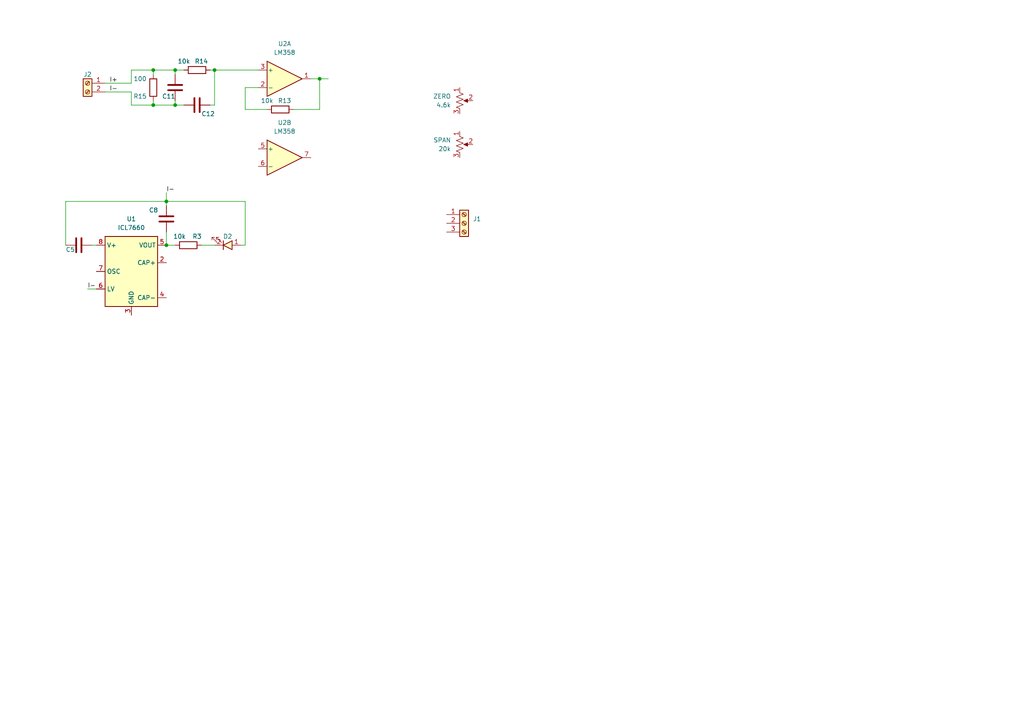
<source format=kicad_sch>
(kicad_sch (version 20230121) (generator eeschema)
  (paper "A4")
  (lib_symbols
    (symbol "Amplifier_Operational:LM358" (pin_names (offset 0.127))
      (property "Reference" "U" (at 0 5.08 0))
      (property "Value" "LM358" (at 0 -5.08 0))
      (symbol "LM358_1_1"
        (polyline (pts (xy -5.08 5.08) (xy 5.08 0) (xy -5.08 -5.08) (xy -5.08 5.08)) (stroke (width 0.254)) (fill (type background)))
        (pin output line (at 7.62 0 180) (length 2.54) (name "~") (number "1"))
        (pin input line (at -7.62 -2.54 0) (length 2.54) (name "-") (number "2"))
        (pin input line (at -7.62 2.54 0) (length 2.54) (name "+") (number "3"))
      )
      (symbol "LM358_2_1"
        (polyline (pts (xy -5.08 5.08) (xy 5.08 0) (xy -5.08 -5.08) (xy -5.08 5.08)) (stroke (width 0.254)) (fill (type background)))
        (pin input line (at -7.62 2.54 0) (length 2.54) (name "+") (number "5"))
        (pin input line (at -7.62 -2.54 0) (length 2.54) (name "-") (number "6"))
        (pin output line (at 7.62 0 180) (length 2.54) (name "~") (number "7"))
      )
      (symbol "LM358_3_1"
        (pin power_in line (at -2.54 -7.62 90) (length 3.81) (name "V-") (number "4"))
        (pin power_in line (at -2.54 7.62 270) (length 3.81) (name "V+") (number "8"))
      )
    )
    (symbol "Device:C" (pin_numbers hide) (pin_names (offset 0.254))
      (property "Reference" "C" (at 0.635 2.54 0))
      (property "Value" "C" (at 0.635 -2.54 0))
      (symbol "C_0_1"
        (polyline (pts (xy -2.032 -0.762) (xy 2.032 -0.762)) (stroke (width 0.508)))
        (polyline (pts (xy -2.032 0.762) (xy 2.032 0.762)) (stroke (width 0.508)))
      )
      (symbol "C_1_1"
        (pin passive line (at 0 3.81 270) (length 2.794) (name "~") (number "1"))
        (pin passive line (at 0 -3.81 90) (length 2.794) (name "~") (number "2"))
      )
    )
    (symbol "Device:R" (pin_numbers hide) (pin_names (offset 0))
      (property "Reference" "R" (at 2.032 0 90))
      (property "Value" "R" (at 0 0 90))
      (symbol "R_0_1"
        (rectangle (start -1.016 -2.54) (end 1.016 2.54) (stroke (width 0.254)))
      )
      (symbol "R_1_1"
        (pin passive line (at 0 3.81 270) (length 1.27) (name "~") (number "1"))
        (pin passive line (at 0 -3.81 90) (length 1.27) (name "~") (number "2"))
      )
    )
    (symbol "Device:R_Potentiometer_US" (pin_names (offset 1.016) hide)
      (property "Reference" "RV" (at -4.445 0 90))
      (property "Value" "R_Potentiometer_US" (at -2.54 0 90))
      (symbol "R_Potentiometer_US_0_1"
        (polyline (pts (xy 0 -2.286) (xy 0 -2.54)))
        (polyline (pts (xy 0 2.54) (xy 0 2.286)))
        (polyline (pts (xy 2.54 0) (xy 1.524 0)))
        (polyline (pts (xy 1.143 0) (xy 2.286 0.508) (xy 2.286 -0.508) (xy 1.143 0)) (fill (type outline)))
        (polyline (pts (xy 0 -0.762) (xy 1.016 -1.143) (xy 0 -1.524) (xy -1.016 -1.905) (xy 0 -2.286)))
        (polyline (pts (xy 0 0.762) (xy 1.016 0.381) (xy 0 0) (xy -1.016 -0.381) (xy 0 -0.762)))
        (polyline (pts (xy 0 2.286) (xy 1.016 1.905) (xy 0 1.524) (xy -1.016 1.143) (xy 0 0.762)))
      )
      (symbol "R_Potentiometer_US_1_1"
        (pin passive line (at 0 3.81 270) (length 1.27) (name "1") (number "1"))
        (pin passive line (at 3.81 0 180) (length 1.27) (name "2") (number "2"))
        (pin passive line (at 0 -3.81 90) (length 1.27) (name "3") (number "3"))
      )
    )
    (symbol "IVS_SYMBOLS:Led"
      (property "Reference" "LE" (at 0.508 -2.794 0))
      (property "Value" "Led" (at -0.254 2.794 0))
      (symbol "Led_0_1"
        (polyline (pts (xy 0 -1.27) (xy 0 1.27)) (stroke (width 0.254)))
        (polyline (pts (xy 2.54 -1.27) (xy 2.54 1.27) (xy 0 0) (xy 2.54 -1.27)) (stroke (width 0.254)) (fill (type background)))
        (polyline (pts (xy -1.778 -0.762) (xy -3.302 -2.286) (xy -2.54 -2.286) (xy -3.302 -2.286) (xy -3.302 -1.524)))
        (polyline (pts (xy -0.508 -0.762) (xy -2.032 -2.286) (xy -1.27 -2.286) (xy -2.032 -2.286) (xy -2.032 -1.524)))
      )
      (symbol "Led_1_1"
        (pin passive line (at 5.08 0 180) (length 2.54) (name "") (number "1"))
        (pin passive line (at -2.54 0 0) (length 2.54) (name "") (number "2"))
      )
    )
    (symbol "IVS_SYMBOLS:Screw_Terminal_01x02" (pin_names (offset 1.016) hide)
      (property "Reference" "J" (at 0 2.54 0))
      (property "Value" "Screw_Terminal_01x02" (at 0 -5.08 0))
      (symbol "Screw_Terminal_01x02_1_1"
        (rectangle (start -1.27 1.27) (end 1.27 -3.81) (stroke (width 0.254)) (fill (type background)))
        (circle (center 0 -2.54) (radius 0.635) (stroke (width 0.1524)))
        (polyline (pts (xy -0.5334 -2.2098) (xy 0.3302 -3.048)) (stroke (width 0.1524)))
        (polyline (pts (xy -0.5334 0.3302) (xy 0.3302 -0.508)) (stroke (width 0.1524)))
        (polyline (pts (xy -0.3556 -2.032) (xy 0.508 -2.8702)) (stroke (width 0.1524)))
        (polyline (pts (xy -0.3556 0.508) (xy 0.508 -0.3302)) (stroke (width 0.1524)))
        (circle (center 0 0) (radius 0.635) (stroke (width 0.1524)))
        (pin passive line (at -5.08 0 0) (length 3.81) (name "Pin_1") (number "1"))
        (pin passive line (at -5.08 -2.54 0) (length 3.81) (name "Pin_2") (number "2"))
      )
    )
    (symbol "IVS_SYMBOLS:Screw_Terminal_01x03" (pin_names (offset 1.016) hide)
      (property "Reference" "J" (at 0 5.08 0))
      (property "Value" "Screw_Terminal_01x03" (at 0 -5.08 0))
      (symbol "Screw_Terminal_01x03_1_1"
        (rectangle (start -1.27 3.81) (end 1.27 -3.81) (stroke (width 0.254)) (fill (type background)))
        (circle (center 0 -2.54) (radius 0.635) (stroke (width 0.1524)))
        (polyline (pts (xy -0.5334 -2.2098) (xy 0.3302 -3.048)) (stroke (width 0.1524)))
        (polyline (pts (xy -0.5334 0.3302) (xy 0.3302 -0.508)) (stroke (width 0.1524)))
        (polyline (pts (xy -0.5334 2.8702) (xy 0.3302 2.032)) (stroke (width 0.1524)))
        (polyline (pts (xy -0.3556 -2.032) (xy 0.508 -2.8702)) (stroke (width 0.1524)))
        (polyline (pts (xy -0.3556 0.508) (xy 0.508 -0.3302)) (stroke (width 0.1524)))
        (polyline (pts (xy -0.3556 3.048) (xy 0.508 2.2098)) (stroke (width 0.1524)))
        (circle (center 0 0) (radius 0.635) (stroke (width 0.1524)))
        (circle (center 0 2.54) (radius 0.635) (stroke (width 0.1524)))
        (pin passive line (at -5.08 2.54 0) (length 3.81) (name "Pin_1") (number "1"))
        (pin passive line (at -5.08 0 0) (length 3.81) (name "Pin_2") (number "2"))
        (pin passive line (at -5.08 -2.54 0) (length 3.81) (name "Pin_3") (number "3"))
      )
    )
    (symbol "Regulator_SwitchedCapacitor:ICL7660"
      (property "Reference" "U" (at -6.35 11.43 0))
      (property "Value" "ICL7660" (at 3.81 11.43 0))
      (symbol "ICL7660_0_1"
        (rectangle (start -7.62 10.16) (end 7.62 -10.16) (stroke (width 0.254)) (fill (type background)))
      )
      (symbol "ICL7660_1_1"
        (pin no_connect line (at -7.62 5.08 0) (length 2.54) hide (name "NC") (number "1"))
        (pin input line (at 10.16 2.54 180) (length 2.54) (name "CAP+") (number "2"))
        (pin power_in line (at 0 -12.7 90) (length 2.54) (name "GND") (number "3"))
        (pin input line (at 10.16 -7.62 180) (length 2.54) (name "CAP-") (number "4"))
        (pin power_out line (at 10.16 7.62 180) (length 2.54) (name "VOUT") (number "5"))
        (pin input line (at -10.16 -5.08 0) (length 2.54) (name "LV") (number "6"))
        (pin input line (at -10.16 0 0) (length 2.54) (name "OSC") (number "7"))
        (pin power_in line (at -10.16 7.62 0) (length 2.54) (name "V+") (number "8"))
      )
    )
  )
  (junction (at 48.26 58.42))
  (junction (at 44.45 20.32))
  (junction (at 48.26 71.12))
  (junction (at 50.8 20.32))
  (junction (at 62.23 20.32))
  (junction (at 50.8 30.48))
  (junction (at 92.71 22.86))
  (junction (at 44.45 30.48))
  (wire (pts (xy 62.23 20.32) (xy 62.23 30.48)))
  (wire (pts (xy 44.45 30.48) (xy 50.8 30.48)))
  (wire (pts (xy 50.8 20.32) (xy 53.34 20.32)))
  (wire (pts (xy 48.26 67.31) (xy 48.26 71.12)))
  (wire (pts (xy 71.12 58.42) (xy 71.12 71.12)))
  (wire (pts (xy 44.45 30.48) (xy 38.1 30.48)))
  (wire (pts (xy 60.96 20.32) (xy 62.23 20.32)))
  (wire (pts (xy 62.23 20.32) (xy 74.93 20.32)))
  (wire (pts (xy 48.26 58.42) (xy 48.26 59.69)))
  (wire (pts (xy 30.48 26.67) (xy 38.1 26.67)))
  (wire (pts (xy 44.45 30.48) (xy 44.45 29.21)))
  (wire (pts (xy 50.8 20.32) (xy 50.8 21.59)))
  (wire (pts (xy 30.48 24.13) (xy 38.1 24.13)))
  (wire (pts (xy 71.12 71.12) (xy 69.85 71.12)))
  (wire (pts (xy 25.4 83.82) (xy 27.94 83.82)))
  (wire (pts (xy 38.1 24.13) (xy 38.1 20.32)))
  (wire (pts (xy 74.93 25.4) (xy 71.12 25.4)))
  (wire (pts (xy 71.12 25.4) (xy 71.12 31.75)))
  (wire (pts (xy 48.26 55.88) (xy 48.26 58.42)))
  (wire (pts (xy 26.67 71.12) (xy 27.94 71.12)))
  (wire (pts (xy 50.8 30.48) (xy 53.34 30.48)))
  (wire (pts (xy 44.45 20.32) (xy 44.45 21.59)))
  (wire (pts (xy 48.26 71.12) (xy 50.8 71.12)))
  (wire (pts (xy 50.8 30.48) (xy 50.8 29.21)))
  (wire (pts (xy 38.1 30.48) (xy 38.1 26.67)))
  (wire (pts (xy 92.71 22.86) (xy 90.17 22.86)))
  (wire (pts (xy 92.71 31.75) (xy 92.71 22.86)))
  (wire (pts (xy 62.23 30.48) (xy 60.96 30.48)))
  (wire (pts (xy 19.05 71.12) (xy 19.05 58.42)))
  (wire (pts (xy 19.05 58.42) (xy 48.26 58.42)))
  (wire (pts (xy 85.09 31.75) (xy 92.71 31.75)))
  (wire (pts (xy 71.12 58.42) (xy 48.26 58.42)))
  (wire (pts (xy 71.12 31.75) (xy 77.47 31.75)))
  (wire (pts (xy 92.71 22.86) (xy 95.25 22.86)))
  (wire (pts (xy 44.45 20.32) (xy 50.8 20.32)))
  (wire (pts (xy 58.42 71.12) (xy 62.23 71.12)))
  (wire (pts (xy 38.1 20.32) (xy 44.45 20.32)))
  (label "I+" (at 31.75 24.13 0))
  (label "I-" (at 31.75 26.67 0))
  (label "I-" (at 25.4 83.82 0))
  (label "I-" (at 48.26 55.88 0))
  (symbol (lib_id "Regulator_SwitchedCapacitor:ICL7660") (at 38.1 78.74 0) (unit 1)
    (property "Reference" "U1" (at 38.1 63.5 0))
    (property "Value" "ICL7660" (at 38.1 66.04 0))
    (property "Datasheet" "http://datasheets.maximintegrated.com/en/ds/ICL7660-MAX1044.pdf" (effects hide))
  )
  (symbol (lib_id "IVS_SYMBOLS:Led") (at 64.77 71.12 0) (mirror x) (unit 1)
    (property "Reference" "D2" (at 66.04 68.58 0))
    (property "Value" "Led" (effects hide))
  )
  (symbol (lib_id "IVS_SYMBOLS:Screw_Terminal_01x03") (at 134.62 64.77 0) (unit 1)
    (property "Reference" "J1" (at 137.16 63.5 0) (effects (justify left)))
    (property "Value" "Screw_Terminal_01x03" (effects hide))
  )
  (symbol (lib_id "Device:R") (at 57.15 20.32 90) (unit 1)
    (property "Reference" "R14" (at 58.42 17.78 90))
    (property "Value" "10k" (at 53.34 17.78 90))
  )
  (symbol (lib_id "Device:C") (at 57.15 30.48 270) (unit 1)
    (property "Reference" "C12" (at 58.42 33.02 90) (effects (justify left)))
    (property "Value" "10uF" (effects hide))
  )
  (symbol (lib_id "Amplifier_Operational:LM358") (at 82.55 45.72 0) (unit 2)
    (property "Reference" "U2" (at 82.55 35.56 0))
    (property "Value" "LM358" (at 82.55 38.1 0))
    (property "Datasheet" "http://www.ti.com/lit/ds/symlink/lm2904-n.pdf" (effects hide))
  )
  (symbol (lib_id "Device:C") (at 22.86 71.12 270) (unit 1)
    (property "Reference" "C5" (at 19.05 72.39 90) (effects (justify left)))
    (property "Value" "10uF" (effects hide))
  )
  (symbol (lib_id "Device:R") (at 54.61 71.12 90) (unit 1)
    (property "Reference" "R3" (at 57.15 68.58 90))
    (property "Value" "10k" (at 52.07 68.58 90))
  )
  (symbol (lib_id "Amplifier_Operational:LM358") (at 82.55 22.86 0) (unit 1)
    (property "Reference" "U2" (at 82.55 12.7 0))
    (property "Value" "LM358" (at 82.55 15.24 0))
    (property "Datasheet" "http://www.ti.com/lit/ds/symlink/lm2904-n.pdf" (effects hide))
  )
  (symbol (lib_id "Device:C") (at 50.8 25.4 0) (unit 1)
    (property "Reference" "C11" (at 46.99 27.94 0) (effects (justify left)))
    (property "Value" "10uF" (effects hide))
  )
  (symbol (lib_id "Device:R_Potentiometer_US") (at 133.35 41.91 0) (unit 1)
    (property "Reference" "SPAN" (at 130.81 40.64 0) (effects (justify right)))
    (property "Value" "20k" (at 130.81 43.18 0) (effects (justify right)))
  )
  (symbol (lib_id "Device:R") (at 44.45 25.4 0) (unit 1)
    (property "Reference" "R15" (at 40.64 27.94 0))
    (property "Value" "100" (at 40.64 22.86 0))
  )
  (symbol (lib_id "Device:C") (at 48.26 63.5 0) (unit 1)
    (property "Reference" "C8" (at 43.18 60.96 0) (effects (justify left)))
    (property "Value" "10uF" (effects hide))
  )
  (symbol (lib_id "Device:R_Potentiometer_US") (at 133.35 29.21 0) (unit 1)
    (property "Reference" "ZERO" (at 130.81 27.94 0) (effects (justify right)))
    (property "Value" "4.6k" (at 130.81 30.48 0) (effects (justify right)))
  )
  (symbol (lib_id "Device:R") (at 81.28 31.75 90) (unit 1)
    (property "Reference" "R13" (at 82.55 29.21 90))
    (property "Value" "10k" (at 77.47 29.21 90))
  )
  (symbol (lib_id "IVS_SYMBOLS:Screw_Terminal_01x02") (at 25.4 24.13 0) (mirror y) (unit 1)
    (property "Reference" "J2" (at 25.4 21.59 0))
    (property "Value" "Screw_Terminal_01x02" (effects hide))
  )
)
</source>
